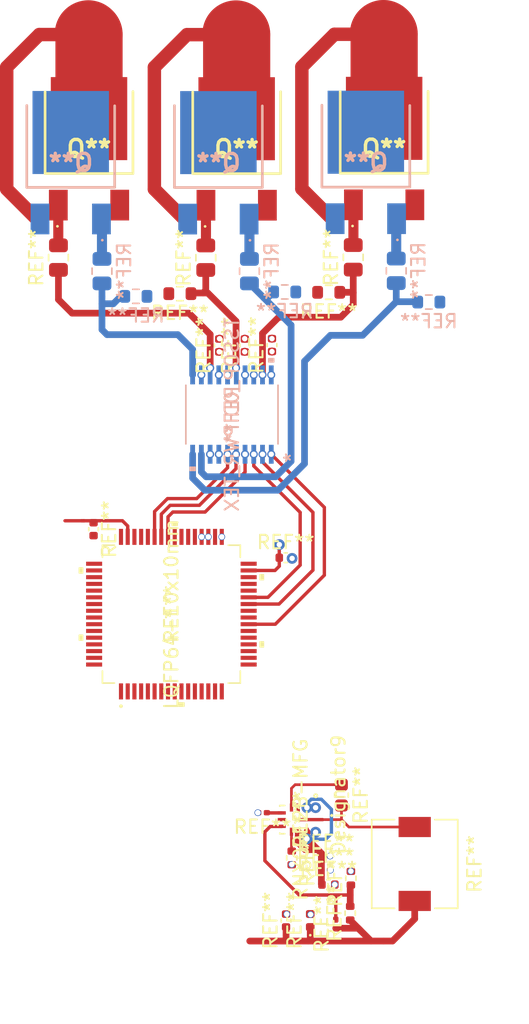
<source format=kicad_pcb>
(kicad_pcb (version 20211014) (generator pcbnew)
  (layers (0 "F.Cu" signal) (1 "In1.Cu" power "PWR.Cu") (2 "In2.Cu" signal "GRND.Cu") (3 "In3.Cu" signal) (4 "In4.Cu" power "GND.Cu") (31 "B.Cu" signal) (34 "B.Paste" user) (35 "F.Paste" user) (36 "B.SilkS" user "B.Silkscreen") (37 "F.SilkS" user "F.Silkscreen") (38 "B.Mask" user) (39 "F.Mask" user) (44 "Edge.Cuts" user))
  (net 0 "")
  (footprint "Capacitor_SMD:C_0603_1608Metric" (layer "F.Cu") (at 131.45 118.94 -90)
    (fp_text reference "REF**" (at 0 -1.43 90) (layer "F.SilkS"))
    (fp_text value "C_0603_1608Metric")
    (pad "1" smd roundrect (at -0.775 0 270) (size 0.9 0.95) (layers "F.Cu" "F.Paste" "F.Mask"))
    (pad "2" smd roundrect (at 0.775 0 270) (size 0.9 0.95) (layers "F.Cu" "F.Paste" "F.Mask"))
  )
  (footprint "Capacitor_SMD:C_0201_0603Metric" (layer "F.Cu") (at 130.275 123.475)
    (fp_text reference "REF**" (at 0 -1.05) (layer "F.SilkS"))
    (fp_text value "C_0201_0603Metric")
    (pad "1" smd roundrect (at -0.32 0) (size 0.46 0.4) (layers "F.Cu" "F.Mask"))
    (pad "2" smd roundrect (at 0.32 0) (size 0.46 0.4) (layers "F.Cu" "F.Mask"))
  )
  (footprint "Resistor_SMD:R_0402_1005Metric" (layer "F.Cu") (at 127.75 123.615 -90)
    (fp_text reference "REF**" (at 0 -1.17 90) (layer "F.SilkS"))
    (fp_text value "R_0402_1005Metric")
    (pad "1" smd roundrect (at -0.51 0 270) (size 0.54 0.64) (layers "F.Cu" "F.Paste" "F.Mask"))
    (pad "2" smd roundrect (at 0.51 0 270) (size 0.54 0.64) (layers "F.Cu" "F.Paste" "F.Mask"))
  )
  (footprint "Capacitor_SMD:C_0201_0603Metric" (layer "F.Cu") (at 125.575 120.25 180)
    (fp_text reference "REF**" (at 0 -1.05) (layer "F.SilkS"))
    (fp_text value "C_0201_0603Metric")
    (pad "1" smd roundrect (at -0.32 0 180) (size 0.46 0.4) (layers "F.Cu" "F.Mask"))
    (pad "2" smd roundrect (at 0.32 0 180) (size 0.46 0.4) (layers "F.Cu" "F.Mask"))
  )
  (footprint "Resistor_SMD:R_0805_2012Metric" (layer "F.Cu") (at 121.35 78.95 90)
    (fp_text reference "REF**" (at 0 -1.65 90) (layer "F.SilkS"))
    (fp_text value "R_0805_2012Metric")
    (pad "1" smd roundrect (at -0.9125 0 90) (size 1.025 1.4) (layers "F.Cu" "F.Paste" "F.Mask") (roundrect_rratio 0.243902))
    (pad "2" smd roundrect (at 0.9125 0 90) (size 1.025 1.4) (layers "F.Cu" "F.Paste" "F.Mask") (roundrect_rratio 0.243902))
  )
  (footprint "Resistor_SMD:R_0402_1005Metric" (layer "F.Cu") (at 132.1 127.725 90)
    (fp_text reference "REF**" (at 0 -1.17 90) (layer "F.SilkS"))
    (fp_text value "R_0402_1005Metric")
    (pad "1" smd roundrect (at -0.51 0 90) (size 0.54 0.64) (layers "F.Cu" "F.Paste" "F.Mask"))
    (pad "2" smd roundrect (at 0.51 0 90) (size 0.54 0.64) (layers "F.Cu" "F.Paste" "F.Mask"))
  )
  (footprint "KiCad:IRFR320TRPBFBE3" (layer "F.Cu") (at 123.65 70.85)
    (fp_text reference "Q**" (at 0 0) (layer "F.SilkS") (effects (font (size 1.27 1.27) (thickness 0.254))))
    (fp_text value "IRFR320TRPBFBE3" hide)
    (pad "1" smd rect locked (at -2.286 4.192) (size 1.397 2.286) (layers "F.Cu" "F.Paste" "F.Mask"))
    (pad "2" smd rect locked (at 0 -2.243) (size 5.69 6.18) (layers "F.Cu" "F.Paste" "F.Mask"))
    (pad "3" smd rect locked (at 2.286 4.192) (size 1.397 2.286) (layers "F.Cu" "F.Paste" "F.Mask"))
  )
  (footprint "Resistor_SMD:R_0402_1005Metric" (layer "F.Cu") (at 132.15 125.125 90)
    (fp_text reference "REF**" (at 0 -1.17 90) (layer "F.SilkS"))
    (fp_text value "R_0402_1005Metric")
    (pad "1" smd roundrect (at -0.51 0 90) (size 0.54 0.64) (layers "F.Cu" "F.Paste" "F.Mask"))
    (pad "2" smd roundrect (at 0.51 0 90) (size 0.54 0.64) (layers "F.Cu" "F.Paste" "F.Mask"))
  )
  (footprint "KiCad:IRFR320TRPBFBE3" (layer "F.Cu") (at 134.625 70.8215)
    (fp_text reference "Q**" (at 0 0) (layer "F.SilkS") (effects (font (size 1.27 1.27) (thickness 0.254))))
    (fp_text value "IRFR320TRPBFBE3" hide)
    (pad "1" smd rect locked (at -2.286 4.192) (size 1.397 2.286) (layers "F.Cu" "F.Paste" "F.Mask"))
    (pad "2" smd rect locked (at 0 -2.243) (size 5.69 6.18) (layers "F.Cu" "F.Paste" "F.Mask"))
    (pad "3" smd rect locked (at 2.286 4.192) (size 1.397 2.286) (layers "F.Cu" "F.Paste" "F.Mask"))
  )
  (footprint "Capacitor_SMD:C_0201_0603Metric" (layer "F.Cu") (at 130.275 124.525)
    (fp_text reference "REF**" (at 0 -1.05) (layer "F.SilkS"))
    (fp_text value "C_0201_0603Metric")
    (pad "1" smd roundrect (at -0.32 0) (size 0.46 0.4) (layers "F.Cu" "F.Mask"))
    (pad "2" smd roundrect (at 0.32 0) (size 0.46 0.4) (layers "F.Cu" "F.Mask"))
  )
  (footprint "Capacitor_SMD:C_0402_1005Metric" (layer "F.Cu") (at 122.3525 85.477425 90)
    (fp_text reference "REF**" (at 0 -1.16 90) (layer "F.SilkS"))
    (fp_text value "C_0402_1005Metric")
    (pad "1" smd roundrect (at -0.48 0 90) (size 0.56 0.62) (layers "F.Cu" "F.Paste" "F.Mask"))
    (pad "2" smd roundrect (at 0.48 0 90) (size 0.56 0.62) (layers "F.Cu" "F.Paste" "F.Mask"))
  )
  (footprint "Capacitor_SMD:C_0402_1005Metric" (layer "F.Cu") (at 127.325 128.275 90)
    (fp_text reference "REF**" (at 0 -1.16 90) (layer "F.SilkS"))
    (fp_text value "C_0402_1005Metric")
    (pad "1" smd roundrect (at -0.48 0 90) (size 0.56 0.62) (layers "F.Cu" "F.Paste" "F.Mask"))
    (pad "2" smd roundrect (at 0.48 0 90) (size 0.56 0.62) (layers "F.Cu" "F.Paste" "F.Mask"))
  )
  (footprint "Capacitor_SMD:C_0402_1005Metric" (layer "F.Cu") (at 127.3 101.275)
    (fp_text reference "REF**" (at 0 -1.16) (layer "F.SilkS"))
    (fp_text value "C_0402_1005Metric")
    (pad "1" smd roundrect (at -0.48 0) (size 0.56 0.62) (layers "F.Cu" "F.Paste" "F.Mask"))
    (pad "2" smd roundrect (at 0.48 0) (size 0.56 0.62) (layers "F.Cu" "F.Paste" "F.Mask"))
  )
  (footprint "Resistor_SMD:R_0603_1608Metric" (layer "F.Cu") (at 119.425 81.625 180)
    (fp_text reference "REF**" (at 0 -1.43) (layer "F.SilkS"))
    (fp_text value "R_0603_1608Metric")
    (pad "1" smd roundrect (at -0.825 0 180) (size 0.8 0.95) (layers "F.Cu" "F.Paste" "F.Mask"))
    (pad "2" smd roundrect (at 0.825 0 180) (size 0.8 0.95) (layers "F.Cu" "F.Paste" "F.Mask"))
  )
  (footprint "Capacitor_SMD:C_0402_1005Metric" (layer "F.Cu") (at 130.475 125.6)
    (fp_text reference "REF**" (at 0 -1.16) (layer "F.SilkS"))
    (fp_text value "C_0402_1005Metric")
    (pad "1" smd roundrect (at -0.48 0) (size 0.56 0.62) (layers "F.Cu" "F.Paste" "F.Mask"))
    (pad "2" smd roundrect (at 0.48 0) (size 0.56 0.62) (layers "F.Cu" "F.Paste" "F.Mask"))
  )
  (footprint "Capacitor_SMD:C_0402_1005Metric" (layer "F.Cu") (at 126.2775 85.452425 90)
    (fp_text reference "REF**" (at 0 -1.16 90) (layer "F.SilkS"))
    (fp_text value "C_0402_1005Metric")
    (pad "1" smd roundrect (at -0.48 0 90) (size 0.56 0.62) (layers "F.Cu" "F.Paste" "F.Mask"))
    (pad "2" smd roundrect (at 0.48 0 90) (size 0.56 0.62) (layers "F.Cu" "F.Paste" "F.Mask"))
  )
  (footprint "KiCad:IRFR320TRPBFBE3" (layer "F.Cu") (at 112.661 70.842)
    (fp_text reference "Q**" (at 0 0) (layer "F.SilkS") (effects (font (size 1.27 1.27) (thickness 0.254))))
    (fp_text value "IRFR320TRPBFBE3" hide)
    (pad "1" smd rect locked (at -2.286 4.192) (size 1.397 2.286) (layers "F.Cu" "F.Paste" "F.Mask"))
    (pad "2" smd rect locked (at 0 -2.243) (size 5.69 6.18) (layers "F.Cu" "F.Paste" "F.Mask"))
    (pad "3" smd rect locked (at 2.286 4.192) (size 1.397 2.286) (layers "F.Cu" "F.Paste" "F.Mask"))
  )
  (footprint "Inductor_SMD:L_6.3x6.3_H3" (layer "F.Cu") (at 136.9 124.065 -90)
    (fp_text reference "REF**" (at 0 -4.45 90) (layer "F.SilkS"))
    (fp_text value "L_6.3x6.3_H3")
    (pad "1" smd rect (at -2.75 0 270) (size 1.5 2.4) (layers "F.Cu" "F.Paste" "F.Mask"))
    (pad "2" smd rect (at 2.75 0 270) (size 1.5 2.4) (layers "F.Cu" "F.Paste" "F.Mask"))
  )
  (footprint "Resistor_SMD:R_0603_1608Metric" (layer "F.Cu") (at 130.5 81.525 180)
    (fp_text reference "REF**" (at 0 -1.43) (layer "F.SilkS"))
    (fp_text value "R_0603_1608Metric")
    (pad "1" smd roundrect (at -0.825 0 180) (size 0.8 0.95) (layers "F.Cu" "F.Paste" "F.Mask"))
    (pad "2" smd roundrect (at 0.825 0 180) (size 0.8 0.95) (layers "F.Cu" "F.Paste" "F.Mask"))
  )
  (footprint "footprints3:STM32F405RGT6" (layer "F.Cu") (at 118.79075 105.47375 90)
    (fp_text reference "REF**" (at 0 0 90) (layer "F.SilkS"))
    (fp_text value "LQFP64-10x10mm" (at 0 0 90) (layer "F.SilkS"))
    (fp_text user "*" (at 0 0 90) (layer "F.SilkS"))
    (pad "1" smd rect locked (at -5.749999 -3.75 90) (size 1.1938 0.3048) (layers "F.Cu" "F.Paste" "F.Mask"))
    (pad "2" smd rect locked (at -5.749999 -3.250001 90) (size 1.1938 0.3048) (layers "F.Cu" "F.Paste" "F.Mask"))
    (pad "3" smd rect locked (at -5.749999 -2.75 90) (size 1.1938 0.3048) (layers "F.Cu" "F.Paste" "F.Mask"))
    (pad "4" smd rect locked (at -5.749999 -2.250001 90) (size 1.1938 0.3048) (layers "F.Cu" "F.Paste" "F.Mask"))
    (pad "5" smd rect locked (at -5.749999 -1.749999 90) (size 1.1938 0.3048) (layers "F.Cu" "F.Paste" "F.Mask"))
    (pad "6" smd rect locked (at -5.749999 -1.25 90) (size 1.1938 0.3048) (layers "F.Cu" "F.Paste" "F.Mask"))
    (pad "7" smd rect locked (at -5.749999 -0.750001 90) (size 1.1938 0.3048) (layers "F.Cu" "F.Paste" "F.Mask"))
    (pad "8" smd rect locked (at -5.749999 -0.25 90) (size 1.1938 0.3048) (layers "F.Cu" "F.Paste" "F.Mask"))
    (pad "9" smd rect locked (at -5.749999 0.25 90) (size 1.1938 0.3048) (layers "F.Cu" "F.Paste" "F.Mask"))
    (pad "10" smd rect locked (at -5.749999 0.750001 90) (size 1.1938 0.3048) (layers "F.Cu" "F.Paste" "F.Mask"))
    (pad "11" smd rect locked (at -5.749999 1.25 90) (size 1.1938 0.3048) (layers "F.Cu" "F.Paste" "F.Mask"))
    (pad "12" smd rect locked (at -5.749999 1.749999 90) (size 1.1938 0.3048) (layers "F.Cu" "F.Paste" "F.Mask"))
    (pad "13" smd rect locked (at -5.749999 2.250001 90) (size 1.1938 0.3048) (layers "F.Cu" "F.Paste" "F.Mask"))
    (pad "14" smd rect locked (at -5.749999 2.75 90) (size 1.1938 0.3048) (layers "F.Cu" "F.Paste" "F.Mask"))
    (pad "15" smd rect locked (at -5.749999 3.250001 90) (size 1.1938 0.3048) (layers "F.Cu" "F.Paste" "F.Mask"))
    (pad "16" smd rect locked (at -5.749999 3.75 90) (size 1.1938 0.3048) (layers "F.Cu" "F.Paste" "F.Mask"))
    (pad "17" smd rect locked (at -3.75 5.749999 180) (size 1.1938 0.3048) (layers "F.Cu" "F.Paste" "F.Mask"))
    (pad "18" smd rect locked (at -3.250001 5.749999 180) (size 1.1938 0.3048) (layers "F.Cu" "F.Paste" "F.Mask"))
    (pad "19" smd rect locked (at -2.75 5.749999 180) (size 1.1938 0.3048) (layers "F.Cu" "F.Paste" "F.Mask"))
    (pad "20" smd rect locked (at -2.250001 5.749999 180) (size 1.1938 0.3048) (layers "F.Cu" "F.Paste" "F.Mask"))
    (pad "21" smd rect locked (at -1.749999 5.749999 180) (size 1.1938 0.3048) (layers "F.Cu" "F.Paste" "F.Mask"))
    (pad "22" smd rect locked (at -1.25 5.749999 180) (size 1.1938 0.3048) (layers "F.Cu" "F.Paste" "F.Mask"))
    (pad "23" smd rect locked (at -0.750001 5.749999 180) (size 1.1938 0.3048) (layers "F.Cu" "F.Paste" "F.Mask"))
    (pad "24" smd rect locked (at -0.25 5.749999 180) (size 1.1938 0.3048) (layers "F.Cu" "F.Paste" "F.Mask"))
    (pad "25" smd rect locked (at 0.25 5.749999 180) (size 1.1938 0.3048) (layers "F.Cu" "F.Paste" "F.Mask"))
    (pad "26" smd rect locked (at 0.750001 5.749999 180) (size 1.1938 0.3048) (layers "F.Cu" "F.Paste" "F.Mask"))
    (pad "27" smd rect locked (at 1.25 5.749999 180) (size 1.1938 0.3048) (layers "F.Cu" "F.Paste" "F.Mask"))
    (pad "28" smd rect locked (at 1.749999 5.749999 180) (size 1.1938 0.3048) (layers "F.Cu" "F.Paste" "F.Mask"))
    (pad "29" smd rect locked (at 2.250001 5.749999 180) (size 1.1938 0.3048) (layers "F.Cu" "F.Paste" "F.Mask"))
    (pad "30" smd rect locked (at 2.75 5.749999 180) (size 1.1938 0.3048) (layers "F.Cu" "F.Paste" "F.Mask"))
    (pad "31" smd rect locked (at 3.250001 5.749999 180) (size 1.1938 0.3048) (layers "F.Cu" "F.Paste" "F.Mask"))
    (pad "32" smd rect locked (at 3.75 5.749999 180) (size 1.1938 0.3048) (layers "F.Cu" "F.Paste" "F.Mask"))
    (pad "33" smd rect locked (at 5.749999 3.75 90) (size 1.1938 0.3048) (layers "F.Cu" "F.Paste" "F.Mask"))
    (pad "34" smd rect locked (at 5.749999 3.250001 90) (size 1.1938 0.3048) (layers "F.Cu" "F.Paste" "F.Mask"))
    (pad "35" smd rect locked (at 5.749999 2.75 90) (size 1.1938 0.3048) (layers "F.Cu" "F.Paste" "F.Mask"))
    (pad "36" smd rect locked (at 5.749999 2.250001 90) (size 1.1938 0.3048) (layers "F.Cu" "F.Paste" "F.Mask"))
    (pad "37" smd rect locked (at 5.749999 1.749999 90) (size 1.1938 0.3048) (layers "F.Cu" "F.Paste" "F.Mask"))
    (pad "38" smd rect locked (at 5.749999 1.25 90) (size 1.1938 0.3048) (layers "F.Cu" "F.Paste" "F.Mask"))
    (pad "39" smd rect locked (at 5.749999 0.750001 90) (size 1.1938 0.3048) (layers "F.Cu" "F.Paste" "F.Mask"))
    (pad "40" smd rect locked (at 5.749999 0.25 90) (size 1.1938 0.3048) (layers "F.Cu" "F.Paste" "F.Mask"))
    (pad "41" smd rect locked (at 5.749999 -0.25 90) (size 1.1938 0.3048) (layers "F.Cu" "F.Paste" "F.Mask"))
    (pad "42" smd rect locked (at 5.749999 -0.750001 90) (size 1.1938 0.3048) (layers "F.Cu" "F.Paste" "F.Mask"))
    (pad "43" smd rect locked (at 5.749999 -1.25 90) (size 1.1938 0.3048) (layers "F.Cu" "F.Paste" "F.Mask"))
    (pad "44" smd rect locked (at 5.749999 -1.749999 90) (size 1.1938 0.3048) (layers "F.Cu" "F.Paste" "F.Mask"))
    (pad "45" smd rect locked (at 5.749999 -2.250001 90) (size 1.1938 0.3048) (layers "F.Cu" "F.Paste" "F.Mask"))
    (pad "46" smd rect locked (at 5.749999 -2.75 90) (size 1.1938 0.3048) (layers "F.Cu" "F.Paste" "F.Mask"))
    (pad "47" smd rect locked (at 5.749999 -3.250001 90) (size 1.1938 0.3048) (layers "F.Cu" "F.Paste" "F.Mask"))
    (pad "48" smd rect locked (at 5.749999 -3.75 90) (size 1.1938 0.3048) (layers "F.Cu" "F.Paste" "F.Mask"))
    (pad "49" smd rect locked (at 3.75 -5.749999 180) (size 1.1938 0.3048) (layers "F.Cu" "F.Paste" "F.Mask"))
    (pad "50" smd rect locked (at 3.250001 -5.749999 180) (size 1.1938 0.3048) (layers "F.Cu" "F.Paste" "F.Mask"))
    (pad "51" smd rect locked (at 2.75 -5.749999 180) (size 1.1938 0.3048) (layers "F.Cu" "F.Paste" "F.Mask"))
    (pad "52" smd rect locked (at 2.250001 -5.749999 180) (size 1.1938 0.3048) (layers "F.Cu" "F.Paste" "F.Mask"))
    (pad "53" smd rect locked (at 1.749999 -5.749999 180) (size 1.1938 0.3048) (layers "F.Cu" "F.Paste" "F.Mask"))
    (pad "54" smd rect locked (at 1.25 -5.749999 180) (size 1.1938 0.3048) (layers "F.Cu" "F.Paste" "F.Mask"))
    (pad "55" smd rect locked (at 0.750001 -5.749999 180) (size 1.1938 0.3048) (layers "F.Cu" "F.Paste" "F.Mask"))
    (pad "56" smd rect locked (at 0.25 -5.749999 180) (size 1.1938 0.3048) (layers "F.Cu" "F.Paste" "F.Mask"))
    (pad "57" smd rect locked (at -0.25 -5.749999 180) (size 1.1938 0.3048) (layers "F.Cu" "F.Paste" "F.Mask"))
    (pad "58" smd rect locked (at -0.750001 -5.749999 180) (size 1.1938 0.3048) (layers "F.Cu" "F.Paste" "F.Mask"))
    (pad "59" smd rect locked (at -1.25 -5.749999 180) (size 1.1938 0.3048) (layers "F.Cu" "F.Paste" "F.Mask"))
    (pad "60" smd rect locked (at -1.749999 -5.749999 180) (size 1.1938 0.3048) (layers "F.Cu" "F.Paste" "F.Mask"))
    (pad "61" smd rect locked (at -2.250001 -5.749999 180) (size 1.1938 0.3048) (layers "F.Cu" "F.Paste" "F.Mask"))
    (pad "62" smd rect locked (at -2.75 -5.749999 180) (size 1.1938 0.3048) (layers "F.Cu" "F.Paste" "F.Mask"))
    (pad "63" smd rect locked (at -3.250001 -5.749999 180) (size 1.1938 0.3048) (layers "F.Cu" "F.Paste" "F.Mask"))
    (pad "64" smd rect locked (at -3.75 -5.749999 180) (size 1.1938 0.3048) (layers "F.Cu" "F.Paste" "F.Mask"))
  )
  (footprint "Diode_SMD:D_0402_1005Metric" (layer "F.Cu") (at 129.125 128.275 90)
    (fp_text reference "REF**" (at 0 -1.17 90) (layer "F.SilkS"))
    (fp_text value "D_0402_1005Metric")
    (pad "1" smd roundrect (at -0.485 0 90) (size 0.59 0.64) (layers "F.Cu" "F.Paste" "F.Mask"))
    (pad "2" smd roundrect (at 0.485 0 90) (size 0.59 0.64) (layers "F.Cu" "F.Paste" "F.Mask"))
  )
  (footprint "Capacitor_SMD:C_0402_1005Metric" (layer "F.Cu") (at 124.2525 85.477425 90)
    (fp_text reference "REF**" (at 0 -1.16 90) (layer "F.SilkS"))
    (fp_text value "C_0402_1005Metric")
    (pad "1" smd roundrect (at -0.48 0 90) (size 0.56 0.62) (layers "F.Cu" "F.Paste" "F.Mask"))
    (pad "2" smd roundrect (at 0.48 0 90) (size 0.56 0.62) (layers "F.Cu" "F.Paste" "F.Mask"))
  )
  (footprint "Resistor_SMD:R_0805_2012Metric" (layer "F.Cu") (at 132.325 78.9215 90)
    (fp_text reference "REF**" (at 0 -1.65 90) (layer "F.SilkS"))
    (fp_text value "R_0805_2012Metric")
    (pad "1" smd roundrect (at -0.9125 0 90) (size 1.025 1.4) (layers "F.Cu" "F.Paste" "F.Mask") (roundrect_rratio 0.243902))
    (pad "2" smd roundrect (at 0.9125 0 90) (size 1.025 1.4) (layers "F.Cu" "F.Paste" "F.Mask") (roundrect_rratio 0.243902))
  )
  (footprint "lmr360:LMR36015SARNXR" (layer "F.Cu") (at 128.405001 120.765 -90)
    (fp_text reference "REF**" (at 0 0 90) (layer "F.SilkS"))
    (fp_text value "RNX0012B-MFG" (at 0 0 90) (layer "F.SilkS"))
    (fp_text user "Designator9" (at -1.8542 -2.8194 90) (layer "F.SilkS"))
    (fp_text user "*" (at 0 0 90) (layer "F.SilkS"))
    (pad "1" smd rect locked (at -0.900001 -1.124999 270) (size 0.599999 0.249999) (layers "F.Cu" "F.Paste" "F.Mask"))
    (pad "2" smd rect locked (at -0.900001 -0.475 270) (size 0.599999 0.249999) (layers "F.Cu" "F.Paste" "F.Mask"))
    (pad "3" smd rect locked (at -0.900001 0.175001 270) (size 0.599999 0.249999) (layers "F.Cu" "F.Paste" "F.Mask"))
    (pad "4" smd rect locked (at -0.900001 0.675 270) (size 0.599999 0.249999) (layers "F.Cu" "F.Paste" "F.Mask"))
    (pad "5" smd rect locked (at -0.499999 1.4) (size 0.599999 0.249999) (layers "F.Cu" "F.Paste" "F.Mask"))
    (pad "6" smd rect locked (at 0 1.4) (size 0.599999 0.249999) (layers "F.Cu" "F.Paste" "F.Mask"))
    (pad "7" smd rect locked (at 0.499999 1.4) (size 0.599999 0.249999) (layers "F.Cu" "F.Paste" "F.Mask"))
    (pad "8" smd rect locked (at 0.900001 0.675 270) (size 0.599999 0.249999) (layers "F.Cu" "F.Paste" "F.Mask"))
    (pad "9" smd rect locked (at 0.900001 0.175001 270) (size 0.599999 0.249999) (layers "F.Cu" "F.Paste" "F.Mask"))
    (pad "10" smd rect locked (at 0.900001 -0.475 270) (size 0.599999 0.249999) (layers "F.Cu" "F.Paste" "F.Mask"))
    (pad "11" smd rect locked (at 0.900001 -1.124999 270) (size 0.599999 0.249999) (layers "F.Cu" "F.Paste" "F.Mask"))
    (pad "12" smd rect locked (at 0 -0.787999 270) (size 0.249999 1.825) (layers "F.Cu" "F.Mask"))
  )
  (footprint "Resistor_SMD:R_0805_2012Metric" (layer "F.Cu") (at 110.386 78.942 90)
    (fp_text reference "REF**" (at 0 -1.65 90) (layer "F.SilkS"))
    (fp_text value "R_0805_2012Metric")
    (pad "1" smd roundrect (at -0.9125 0 90) (size 1.025 1.4) (layers "F.Cu" "F.Paste" "F.Mask") (roundrect_rratio 0.243902))
    (pad "2" smd roundrect (at 0.9125 0 90) (size 1.025 1.4) (layers "F.Cu" "F.Paste" "F.Mask") (roundrect_rratio 0.243902))
  )
  (footprint "Capacitor_SMD:C_0201_0603Metric" (layer "F.Cu") (at 131.025 128.525 90)
    (fp_text reference "REF**" (at 0 -1.05 90) (layer "F.SilkS"))
    (fp_text value "C_0201_0603Metric")
    (pad "1" smd roundrect (at -0.32 0 90) (size 0.46 0.4) (layers "F.Cu" "F.Mask"))
    (pad "2" smd roundrect (at 0.32 0 90) (size 0.46 0.4) (layers "F.Cu" "F.Mask"))
  )
  (footprint "Capacitor_SMD:C_0402_1005Metric" (layer "F.Cu") (at 113 99.15 -90)
    (fp_text reference "REF**" (at 0 -1.16 90) (layer "F.SilkS"))
    (fp_text value "C_0402_1005Metric")
    (pad "1" smd roundrect (at -0.48 0 270) (size 0.56 0.62) (layers "F.Cu" "F.Paste" "F.Mask"))
    (pad "2" smd roundrect (at 0.48 0 270) (size 0.56 0.62) (layers "F.Cu" "F.Paste" "F.Mask"))
  )
  (footprint "KiCad:IRFR320TRPBFBE3" (layer "B.Cu") (at 122.289 71.883 180)
    (fp_text reference "Q**" (at 0 0) (layer "B.SilkS") (effects (font (size 1.27 1.27) (thickness 0.254)) (justify mirror)))
    (fp_text value "IRFR320TRPBFBE3" hide)
    (pad "1" smd rect locked (at -2.286 -4.192 180) (size 1.397 2.286) (layers "B.Cu" "B.Paste" "B.Mask"))
    (pad "2" smd rect locked (at 0 2.243 180) (size 5.69 6.18) (layers "B.Cu" "B.Paste" "B.Mask"))
    (pad "3" smd rect locked (at 2.286 -4.192 180) (size 1.397 2.286) (layers "B.Cu" "B.Paste" "B.Mask"))
  )
  (footprint "KiCad:IRFR320TRPBFBE3" (layer "B.Cu") (at 111.3 71.875 180)
    (fp_text reference "Q**" (at 0 0) (layer "B.SilkS") (effects (font (size 1.27 1.27) (thickness 0.254)) (justify mirror)))
    (fp_text value "IRFR320TRPBFBE3" hide)
    (pad "1" smd rect locked (at -2.286 -4.192 180) (size 1.397 2.286) (layers "B.Cu" "B.Paste" "B.Mask"))
    (pad "2" smd rect locked (at 0 2.243 180) (size 5.69 6.18) (layers "B.Cu" "B.Paste" "B.Mask"))
    (pad "3" smd rect locked (at 2.286 -4.192 180) (size 1.397 2.286) (layers "B.Cu" "B.Paste" "B.Mask"))
  )
  (footprint "Resistor_SMD:R_0805_2012Metric" (layer "B.Cu") (at 135.525 79.925 90)
    (fp_text reference "REF**" (at 0 1.65 90) (layer "B.SilkS") (effects (justify mirror)))
    (fp_text value "R_0805_2012Metric")
    (pad "1" smd roundrect (at -0.9125 0 90) (size 1.025 1.4) (layers "B.Cu" "B.Paste" "B.Mask") (roundrect_rratio 0.243902))
    (pad "2" smd roundrect (at 0.9125 0 90) (size 1.025 1.4) (layers "B.Cu" "B.Paste" "B.Mask") (roundrect_rratio 0.243902))
  )
  (footprint "Resistor_SMD:R_0603_1608Metric" (layer "B.Cu") (at 137.95 82.25)
    (fp_text reference "REF**" (at 0 1.43) (layer "B.SilkS") (effects (justify mirror)))
    (fp_text value "R_0603_1608Metric")
    (pad "1" smd roundrect (at -0.825 0) (size 0.8 0.95) (layers "B.Cu" "B.Paste" "B.Mask"))
    (pad "2" smd roundrect (at 0.825 0) (size 0.8 0.95) (layers "B.Cu" "B.Paste" "B.Mask"))
  )
  (footprint "KiCad:IRFR320TRPBFBE3" (layer "B.Cu") (at 133.264 71.8545 180)
    (fp_text reference "Q**" (at 0 0) (layer "B.SilkS") (effects (font (size 1.27 1.27) (thickness 0.254)) (justify mirror)))
    (fp_text value "IRFR320TRPBFBE3" hide)
    (pad "1" smd rect locked (at -2.286 -4.192 180) (size 1.397 2.286) (layers "B.Cu" "B.Paste" "B.Mask"))
    (pad "2" smd rect locked (at 0 2.243 180) (size 5.69 6.18) (layers "B.Cu" "B.Paste" "B.Mask"))
    (pad "3" smd rect locked (at 2.286 -4.192 180) (size 1.397 2.286) (layers "B.Cu" "B.Paste" "B.Mask"))
  )
  (footprint "footprints:DRV8300DIPWR" (layer "B.Cu") (at 123.2975 90.622575 90)
    (fp_text reference "REF**" (at 0 0 90) (layer "B.SilkS") (effects (justify mirror)))
    (fp_text value "TSSOP_0DIPWR_TEX" (at 0 0 90) (layer "B.SilkS") (effects (justify mirror)))
    (fp_text user "*" (at -3.20675 4.423537 90) (layer "B.SilkS") (effects (justify mirror)))
    (fp_text user "*" (at -3.20675 4.423537 90) (layer "B.SilkS") (effects (justify mirror)))
    (pad "1" smd rect locked (at -2.95275 2.924937 90) (size 1.4097 0.3556) (layers "B.Cu" "B.Paste" "B.Mask"))
    (pad "2" smd rect locked (at -2.95275 2.274951 90) (size 1.4097 0.3556) (layers "B.Cu" "B.Paste" "B.Mask"))
    (pad "3" smd rect locked (at -2.95275 1.624965 90) (size 1.4097 0.3556) (layers "B.Cu" "B.Paste" "B.Mask"))
    (pad "4" smd rect locked (at -2.95275 0.974979 90) (size 1.4097 0.3556) (layers "B.Cu" "B.Paste" "B.Mask"))
    (pad "5" smd rect locked (at -2.95275 0.324993 90) (size 1.4097 0.3556) (layers "B.Cu" "B.Paste" "B.Mask"))
    (pad "6" smd rect locked (at -2.95275 -0.324993 90) (size 1.4097 0.3556) (layers "B.Cu" "B.Paste" "B.Mask"))
    (pad "7" smd rect locked (at -2.95275 -0.974979 90) (size 1.4097 0.3556) (layers "B.Cu" "B.Paste" "B.Mask"))
    (pad "8" smd rect locked (at -2.95275 -1.624965 90) (size 1.4097 0.3556) (layers "B.Cu" "B.Paste" "B.Mask"))
    (pad "9" smd rect locked (at -2.95275 -2.274951 90) (size 1.4097 0.3556) (layers "B.Cu" "B.Paste" "B.Mask"))
    (pad "10" smd rect locked (at -2.95275 -2.924937 90) (size 1.4097 0.3556) (layers "B.Cu" "B.Paste" "B.Mask"))
    (pad "11" smd rect locked (at 2.95275 -2.924937 90) (size 1.4097 0.3556) (layers "B.Cu" "B.Paste" "B.Mask"))
    (pad "12" smd rect locked (at 2.95275 -2.274951 90) (size 1.4097 0.3556) (layers "B.Cu" "B.Paste" "B.Mask"))
    (pad "13" smd rect locked (at 2.95275 -1.624965 90) (size 1.4097 0.3556) (layers "B.Cu" "B.Paste" "B.Mask"))
    (pad "14" smd rect locked (at 2.95275 -0.974979 90) (size 1.4097 0.3556) (layers "B.Cu" "B.Paste" "B.Mask"))
    (pad "15" smd rect locked (at 2.95275 -0.324993 90) (size 1.4097 0.3556) (layers "B.Cu" "B.Paste" "B.Mask"))
    (pad "16" smd rect locked (at 2.95275 0.324993 90) (size 1.4097 0.3556) (layers "B.Cu" "B.Paste" "B.Mask"))
    (pad "17" smd rect locked (at 2.95275 0.974979 90) (size 1.4097 0.3556) (layers "B.Cu" "B.Paste" "B.Mask"))
    (pad "18" smd rect locked (at 2.95275 1.624965 90) (size 1.4097 0.3556) (layers "B.Cu" "B.Paste" "B.Mask"))
    (pad "19" smd rect locked (at 2.95275 2.274951 90) (size 1.4097 0.3556) (layers "B.Cu" "B.Paste" "B.Mask"))
    (pad "20" smd rect locked (at 2.95275 2.924937 90) (size 1.4097 0.3556) (layers "B.Cu" "B.Paste" "B.Mask"))
  )
  (footprint "Resistor_SMD:R_0603_1608Metric" (layer "B.Cu") (at 116.15 81.825)
    (fp_text reference "REF**" (at 0 1.43) (layer "B.SilkS") (effects (justify mirror)))
    (fp_text value "R_0603_1608Metric")
    (pad "1" smd roundrect (at -0.825 0) (size 0.8 0.95) (layers "B.Cu" "B.Paste" "B.Mask"))
    (pad "2" smd roundrect (at 0.825 0) (size 0.8 0.95) (layers "B.Cu" "B.Paste" "B.Mask"))
  )
  (footprint "Resistor_SMD:R_0805_2012Metric" (layer "B.Cu") (at 124.6 79.95 90)
    (fp_text reference "REF**" (at 0 1.65 90) (layer "B.SilkS") (effects (justify mirror)))
    (fp_text value "R_0805_2012Metric")
    (pad "1" smd roundrect (at -0.9125 0 90) (size 1.025 1.4) (layers "B.Cu" "B.Paste" "B.Mask") (roundrect_rratio 0.243902))
    (pad "2" smd roundrect (at 0.9125 0 90) (size 1.025 1.4) (layers "B.Cu" "B.Paste" "B.Mask") (roundrect_rratio 0.243902))
  )
  (footprint "Resistor_SMD:R_0805_2012Metric" (layer "B.Cu") (at 113.625 79.95 90)
    (fp_text reference "REF**" (at 0 1.65 90) (layer "B.SilkS") (effects (justify mirror)))
    (fp_text value "R_0805_2012Metric")
    (pad "1" smd roundrect (at -0.9125 0 90) (size 1.025 1.4) (layers "B.Cu" "B.Paste" "B.Mask") (roundrect_rratio 0.243902))
    (pad "2" smd roundrect (at 0.9125 0 90) (size 1.025 1.4) (layers "B.Cu" "B.Paste" "B.Mask") (roundrect_rratio 0.243902))
  )
  (footprint "Resistor_SMD:R_0603_1608Metric" (layer "B.Cu") (at 127.225 81.5)
    (fp_text reference "REF**" (at 0 1.43) (layer "B.SilkS") (effects (justify mirror)))
    (fp_text value "R_0603_1608Metric")
    (pad "1" smd roundrect (at -0.825 0) (size 0.8 0.95) (layers "B.Cu" "B.Paste" "B.Mask"))
    (pad "2" smd roundrect (at 0.825 0) (size 0.8 0.95) (layers "B.Cu" "B.Paste" "B.Mask"))
  )
  (segment (start 130.875 126.375) (end 132.1 126.375) (width 0.25) (layer "F.Cu") (net 0))
  (segment (start 126.8275 83.377425) (end 131.397575 83.377425) (width 0.5) (layer "F.Cu") (net 0))
  (segment (start 117.54075 97.83425) (end 118.5 96.875) (width 0.25) (layer "F.Cu") (net 0))
  (segment (start 132.325 79.834) (end 132.325 81.55) (width 0.5) (layer "F.Cu") (net 0))
  (segment (start 121.6775 84.6525) (end 120.1 83.075) (width 0.5) (layer "F.Cu") (net 0))
  (segment (start 126.995 121.275) (end 126.15 121.275) (width 0.25) (layer "F.Cu") (net 0))
  (segment (start 136.9 121.315) (end 132 121.315) (width 0.2) (layer "F.Cu") (net 0))
  (segment (start 127.725 118.44) (end 127.725 119.859998) (width 0.2) (layer "F.Cu") (net 0))
  (segment (start 112.3 98.525) (end 110.875 98.525) (width 0.25) (layer "F.Cu") (net 0))
  (segment (start 123.6025 83.6775) (end 123.6025 87.152425) (width 0.5) (layer "F.Cu") (net 0))
  (segment (start 119.95 62.35) (end 117.525 64.775) (width 1) (layer "F.Cu") (net 0))
  (segment (start 136.175 128.875) (end 135.925 129.125) (width 0.5) (layer "F.Cu") (net 0))
  (segment (start 134.575 129.8) (end 133.65 129.8) (width 0.5) (layer "F.Cu") (net 0))
  (segment (start 120.675 96.875) (end 122.972507 94.577493) (width 0.25) (layer "F.Cu") (net 0))
  (segment (start 118.9 97.875) (end 118.54075 98.23425) (width 0.25) (layer "F.Cu") (net 0))
  (segment (start 126.825 100.3) (end 126.82 100.305) (width 0.25) (layer "F.Cu") (net 0))
  (segment (start 123.599999 93.597819) (end 123.622493 93.575325) (width 0.25) (layer "F.Cu") (net 0))
  (segment (start 122.972507 94.577493) (end 122.972507 93.575325) (width 0.25) (layer "F.Cu") (net 0))
  (segment (start 125.925 120.275) (end 125.934999 120.265001) (width 0.25) (layer "F.Cu") (net 0))
  (segment (start 131.325 81.525) (end 132.3 81.525) (width 0.5) (layer "F.Cu") (net 0))
  (segment (start 121.15 81.575) (end 120.3 81.575) (width 0.5) (layer "F.Cu") (net 0))
  (segment (start 121.35 81.375) (end 121.35 79.8625) (width 0.5) (layer "F.Cu") (net 0))
  (segment (start 124.540749 102.223749) (end 126.501251 102.223749) (width 0.25) (layer "F.Cu") (net 0))
  (segment (start 128.75 123) (end 129.525 123) (width 0.5) (layer "F.Cu") (net 0))
  (segment (start 126.15 121.275) (end 125.75 121.675) (width 0.25) (layer "F.Cu") (net 0))
  (segment (start 120.3 81.575) (end 120.25 81.625) (width 0.5) (layer "F.Cu") (net 0))
  (segment (start 112.661 62.342) (end 112.611 62.292) (width 5) (layer "F.Cu") (net 0))
  (segment (start 131.45 119.715) (end 131.45 120.765) (width 0.2) (layer "F.Cu") (net 0))
  (segment (start 132.695 128.845) (end 132.8625 129.0125) (width 0.5) (layer "F.Cu") (net 0))
  (segment (start 125.572451 94.147451) (end 125.572451 93.575325) (width 0.25) (layer "F.Cu") (net 0))
  (segment (start 129.955 125.56) (end 129.955 124.525) (width 0.5) (layer "F.Cu") (net 0))
  (segment (start 130.175 97.527888) (end 126.222437 93.575325) (width 0.25) (layer "F.Cu") (net 0))
  (segment (start 112.3 98.525) (end 112.095 98.525) (width 0.25) (layer "F.Cu") (net 0))
  (segment (start 121.15 81.575) (end 121.35 81.375) (width 0.5) (layer "F.Cu") (net 0))
  (segment (start 128.375 101.825) (end 128.375 97.9) (width 0.25) (layer "F.Cu") (net 0))
  (segment (start 127.725 119.859998) (end 127.730001 119.864999) (width 0.2) (layer "F.Cu") (net 0))
  (segment (start 123.65 68.607) (end 123.65 62.35) (width 5) (layer "F.Cu") (net 0))
  (segment (start 128.375 97.9) (end 124.922465 94.447465) (width 0.25) (layer "F.Cu") (net 0))
  (segment (start 135.925 129.125) (end 135.25 129.8) (width 0.5) (layer "F.Cu") (net 0))
  (segment (start 118.7 97.375) (end 118.040749 98.034251) (width 0.25) (layer "F.Cu") (net 0))
  (segment (start 115.540749 98.915749) (end 115.15 98.525) (width 0.25) (layer "F.Cu") (net 0))
  (segment (start 132.8625 129.0125) (end 133.65 129.8) (width 0.5) (layer "F.Cu") (net 0))
  (segment (start 128.5 73.8215) (end 130.8 76.1215) (width 1) (layer "F.Cu") (net 0))
  (segment (start 110.375 75.034) (end 110.375 78.0185) (width 0.75) (layer "F.Cu") (net 0))
  (segment (start 133.65 129.8) (end 128.975 129.8) (width 0.5) (layer "F.Cu") (net 0))
  (segment (start 129.325 102.2) (end 129.325 97.9) (width 0.25) (layer "F.Cu") (net 0))
  (segment (start 136.9 128.15) (end 136.175 128.875) (width 0.5) (layer "F.Cu") (net 0))
  (segment (start 132.1 128.235) (end 132.1 128.25) (width 0.5) (layer "F.Cu") (net 0))
  (segment (start 132.339 75.0135) (end 132.339 77.995) (width 0.75) (layer "F.Cu") (net 0))
  (segment (start 123.65 62.35) (end 123.6 62.3) (width 5) (layer "F.Cu") (net 0))
  (segment (start 128.880001 121.665001) (end 128.880001 122.194999) (width 0.5) (layer "F.Cu") (net 0))
  (segment (start 111.4 83.075) (end 110.386 82.061) (width 0.5) (layer "F.Cu") (net 0))
  (segment (start 128 118.165) (end 127.725 118.44) (width 0.2) (layer "F.Cu") (net 0))
  (segment (start 132 121.315) (end 131.45 120.765) (width 0.2) (layer "F.Cu") (net 0))
  (segment (start 129.95 123.475) (end 129.955 123.475) (width 0.25) (layer "F.Cu") (net 0))
  (segment (start 128.23 121.665001) (end 128.23 122.48) (width 0.5) (layer "F.Cu") (net 0))
  (segment (start 131.025 126.525) (end 130.875 126.375) (width 0.25) (layer "F.Cu") (net 0))
  (segment (start 120.1 83.075) (end 111.4 83.075) (width 0.5) (layer "F.Cu") (net 0))
  (segment (start 132.1 125.685) (end 132.15 125.635) (width 0.5) (layer "F.Cu") (net 0))
  (segment (start 130.925 62.3215) (end 128.5 64.7465) (width 1) (layer "F.Cu") (net 0))
  (segment (start 131.025 128.205) (end 131.025 126.525) (width 0.25) (layer "F.Cu") (net 0))
  (segment (start 131.45 118.165) (end 128 118.165) (width 0.2) (layer "F.Cu") (net 0))
  (segment (start 121.3 97.875) (end 118.9 97.875) (width 0.25) (layer "F.Cu") (net 0))
  (segment (start 110.375 78.0185) (end 110.386 78.0295) (width 0.75) (layer "F.Cu") (net 0))
  (segment (start 132.325 82.45) (end 132.325 81.55) (width 0.5) (layer "F.Cu") (net 0))
  (segment (start 128.880001 122.194999) (end 128.880001 122.405001) (width 0.25) (layer "F.Cu") (net 0))
  (segment (start 118.040749 98.034251) (end 118.040749 99.723751) (width 0.25) (layer "F.Cu") (net 0))
  (segment (start 110.386 82.061) (end 110.386 79.8545) (width 0.5) (layer "F.Cu") (net 0))
  (segment (start 126.8025 83.352425) (end 126.8275 83.377425) (width 0.5) (layer "F.Cu") (net 0))
  (segment (start 127.35 129.8) (end 126.95 129.8) (width 0.5) (layer "F.Cu") (net 0))
  (segment (start 129.995 125.6) (end 129.955 125.56) (width 0.5) (layer "F.Cu") (net 0))
  (segment (start 125.97625 104.22375) (end 128.375 101.825) (width 0.25) (layer "F.Cu") (net 0))
  (segment (start 129.325 97.9) (end 125.572451 94.147451) (width 0.25) (layer "F.Cu") (net 0))
  (segment (start 128.3 126.375) (end 130.875 126.375) (width 0.25) (layer "F.Cu") (net 0))
  (segment (start 134.625 62.3215) (end 130.925 62.3215) (width 1) (layer "F.Cu") (net 0))
  (segment (start 125.75 121.675) (end 125.75 123.825) (width 0.25) (layer "F.Cu") (net 0))
  (segment (start 127.005001 120.265001) (end 125.934999 120.265001) (width 0.25) (layer "F.Cu") (net 0))
  (segment (start 115.15 98.525) (end 112.3 98.525) (width 0.25) (layer "F.Cu") (net 0))
  (segment (start 129.955 123.269998) (end 129.605001 122.919999) (width 0.5) (layer "F.Cu") (net 0))
  (segment (start 115.540749 99.723751) (end 115.540749 98.915749) (width 0.25) (layer "F.Cu") (net 0))
  (segment (start 106.536 73.842) (end 108.836 76.142) (width 1) (layer "F.Cu") (net 0))
  (segment (start 121.364 75.042) (end 121.364 78.0235) (width 0.75) (layer "F.Cu") (net 0))
  (segment (start 124.540749 104.723749) (end 126.801251 104.723749) (width 0.25) (layer "F.Cu") (net 0))
  (segment (start 132.1 126.375) (end 132.1 125.685) (width 0.5) (layer "F.Cu") (net 0))
  (segment (start 127.005001 121.264999) (end 126.995 121.275) (width 0.25) (layer "F.Cu") (net 0))
  (segment (start 126.526249 106.223751) (end 130.175 102.575) (width 0.25) (layer "F.Cu") (net 0))
  (segment (start 131.397575 83.377425) (end 132.325 82.45) (width 0.5) (layer "F.Cu") (net 0))
  (segment (start 128.23 122.48) (end 128.75 123) (width 0.5) (layer "F.Cu") (net 0))
  (segment (start 127.730001 121.665001) (end 127.730001 123.085001) (width 0.2) (layer "F.Cu") (net 0))
  (segment (start 123.6 94.65) (end 120.875 97.375) (width 0.25) (layer "F.Cu") (net 0))
  (segment (start 129.605001 122.919999) (end 128.880001 122.194999) (width 0.5) (layer "F.Cu") (net 0))
  (segment (start 129.955 123.475) (end 129.955 123.269998) (width 0.5) (layer "F.Cu") (net 0))
  (segment (start 125.75 123.825) (end 128.3 126.375) (width 0.25) (layer "F.Cu") (net 0))
  (segment (start 117.525 64.775) (end 117.525 73.85) (width 1) (layer "F.Cu") (net 0))
  (segment (start 129.125 129.65) (end 128.975 129.8) (width 0.5) (layer "F.Cu") (net 0))
  (segment (start 124.922465 94.447465) (end 124.922465 93.575325) (width 0.25) (layer "F.Cu") (net 0))
  (segment (start 124.540749 106.223751) (end 126.526249 106.223751) (width 0.25) (layer "F.Cu") (net 0))
  (segment (start 126.82 101.905) (end 126.82 101.275) (width 0.25) (layer "F.Cu") (net 0))
  (segment (start 106.536 64.767) (end 106.536 73.842) (width 1) (layer "F.Cu") (net 0))
  (segment (start 132.1 128.25) (end 132.8625 129.0125) (width 0.5) (layer "F.Cu") (net 0))
  (segment (start 129.955 124.525) (end 129.955 123.475) (width 0.5) (layer "F.Cu") (net 0))
  (segment (start 130.175 102.575) (end 130.175 97.527888) (width 0.25) (layer "F.Cu") (net 0))
  (segment (start 128.975 129.8) (end 127.35 129.8) (width 0.5) (layer "F.Cu") (net 0))
  (segment (start 123.6 93.575) (end 123.6 94.65) (width 0.25) (layer "F.Cu") (net 0))
  (segment (start 134.625 62.3215) (end 134.575 62.2715) (width 5) (layer "F.Cu") (net 0))
  (segment (start 118.5 96.875) (end 120.675 96.875) (width 0.25) (layer "F.Cu") (net 0))
  (segment (start 127.325 129.775) (end 127.35 129.8) (width 0.5) (layer "F.Cu") (net 0))
  (segment (start 124.540749 104.723749) (end 124.567 104.75) (width 0.25) (layer "F.Cu") (net 0))
  (segment (start 131.025 128.845) (end 132.695 128.845) (width 0.5) (layer "F.Cu") (net 0))
  (segment (start 121.5 81.575) (end 123.6025 83.6775) (width 0.5) (layer "F.Cu") (net 0))
  (segment (start 125.572451 87.669825) (end 125.572451 84.582474) (width 0.5) (layer "F.Cu") (net 0))
  (segment (start 124.275 93.577846) (end 124.275 94.9) (width 0.25) (layer "F.Cu") (net 0))
  (segment (start 121.15 81.575) (end 121.5 81.575) (width 0.5) (layer "F.Cu") (net 0))
  (segment (start 124.272479 93.575325) (end 124.275 93.577846) (width 0.25) (layer "F.Cu") (net 0))
  (segment (start 126.501251 102.223749) (end 126.82 101.905) (width 0.25) (layer "F.Cu") (net 0))
  (segment (start 127.35 129.8) (end 124.625 129.8) (width 0.5) (layer "F.Cu") (net 0))
  (segment (start 126.82 101.275) (end 126.82 100.305) (width 0.25) (layer "F.Cu") (net 0))
  (segment (start 132.1 127.215) (end 132.1 126.375) (width 0.5) (layer "F.Cu") (net 0))
  (segment (start 117.54075 99.723751) (end 117.54075 97.83425) (width 0.25) (layer "F.Cu") (net 0))
  (segment (start 112.661 62.342) (end 108.961 62.342) (width 1) (layer "F.Cu") (net 0))
  (segment (start 134.625 68.5785) (end 134.625 62.3215) (width 5) (layer "F.Cu") (net 0))
  (segment (start 120.875 97.375) (end 118.7 97.375) (width 0.25) (layer "F.Cu") (net 0))
  (segment (start 118.54075 98.23425) (end 118.54075 99.723751) (width 0.25) (layer "F.Cu") (net 0))
  (segment (start 136.9 126.815) (end 136.9 128.15) (width 0.5) (layer "F.Cu") (net 0))
  (segment (start 129.525 123) (end 129.605001 122.919999) (width 0.5) (layer "F.Cu") (net 0))
  (segment (start 135.25 129.8) (end 134.575 129.8) (width 0.5) (layer "F.Cu") (net 0))
  (segment (start 129.193 120.765) (end 131.45 120.765) (width 0.2) (layer "F.Cu") (net 0))
  (segment (start 127.730001 123.085001) (end 127.75 123.105) (width 0.2) (layer "F.Cu") (net 0))
  (segment (start 112.661 68.599) (end 112.661 62.342) (width 5) (layer "F.Cu") (net 0))
  (segment (start 121.364 78.0235) (end 121.35 78.0375) (width 0.75) (layer "F.Cu") (net 0))
  (segment (start 129.125 128.76) (end 129.125 129.65) (width 0.5) (layer "F.Cu") (net 0))
  (segment (start 132.339 77.995) (end 132.325 78.009) (width 0.75) (layer "F.Cu") (net 0))
  (segment (start 132.3 81.525) (end 132.325 81.55) (width 0.5) (layer "F.Cu") (net 0))
  (segment (start 128.5 64.7465) (end 128.5 73.8215) (width 1) (layer "F.Cu") (net 0))
  (segment (start 123.65 62.35) (end 119.95 62.35) (width 1) (layer "F.Cu") (net 0))
  (segment (start 108.961 62.342) (end 106.536 64.767) (width 1) (layer "F.Cu") (net 0))
  (segment (start 124.275 94.9) (end 121.3 97.875) (width 0.25) (layer "F.Cu") (net 0))
  (segment (start 125.572451 84.582474) (end 126.8025 83.352425) (width 0.5) (layer "F.Cu") (net 0))
  (segment (start 121.6775 87.152425) (end 121.6775 84.6525) (width 0.5) (layer "F.Cu") (net 0))
  (segment (start 126.801251 104.723749) (end 129.325 102.2) (width 0.25) (layer "F.Cu") (net 0))
  (segment (start 124.540749 104.22375) (end 125.97625 104.22375) (width 0.25) (layer "F.Cu") (net 0))
  (segment (start 117.525 73.85) (end 119.825 76.15) (width 1) (layer "F.Cu") (net 0))
  (segment (start 127.325 128.755) (end 127.325 129.775) (width 0.5) (layer "F.Cu") (net 0))
  (via blind (at 123.6025 87.152425) (size 0.6) (drill 0.4) (layers "F.Cu" "B.Cu") (remove_unused_layers) (net 0))
  (via (at 125.225 120.25) (size 0.5) (drill 0.4) (layers "F.Cu" "B.Cu") (net 0))
  (via (at 128.880001 122.194999) (size 0.8) (drill 0.4) (layers "F.Cu" "B.Cu") (net 0))
  (via (at 121.672535 93.575325) (size 0.6) (drill 0.4) (layers "F.Cu" "B.Cu") (net 0))
  (via (at 128.875 119.875) (size 0.8) (drill 0.4) (layers "F.Cu" "B.Cu") (net 0))
  (via (at 124.922465 93.575325) (size 0.6) (drill 0.4) (layers "F.Cu" "B.Cu") (net 0))
  (via (at 121.040751 99.723751) (size 0.5) (drill 0.4) (layers "F.Cu" "B.Cu") (net 0))
  (via (at 127.75 124.1) (size 0.5) (drill 0.4) (layers "F.Cu" "B.Cu") (net 0))
  (via (at 125.572451 93.575325) (size 0.6) (drill 0.4) (layers "F.Cu" "B.Cu") (net 0))
  (via blind (at 122.35 85.95) (size 0.6) (drill 0.4) (layers "F.Cu" "In3.Cu") (remove_unused_layers) (net 0))
  (via (at 123.6 93.575) (size 0.6) (drill 0.4) (layers "F.Cu" "B.Cu") (net 0))
  (via (at 129.15 127.825) (size 0.5) (drill 0.4) (layers "F.Cu" "B.Cu") (net 0))
  (via blind (at 124.25 84.975) (size 0.6) (drill 0.4) (layers "F.Cu" "In3.Cu") (remove_unused_layers) (net 0))
  (via (at 122.54075 99.723751) (size 0.5) (drill 0.4) (layers "F.Cu" "B.Cu") (net 0))
  (via blind (at 124.25 85.95) (size 0.6) (drill 0.4) (layers "F.Cu" "In3.Cu") (remove_unused_layers) (net 0))
  (via (at 126.222437 93.575325) (size 0.6) (drill 0.4) (layers "F.Cu" "B.Cu") (net 0))
  (via (at 126.825 100.3) (size 0.8) (drill 0.4) (layers "F.Cu" "B.Cu") (net 0))
  (via (at 122.972507 93.575325) (size 0.6) (drill 0.4) (layers "F.Cu" "B.Cu") (net 0))
  (via blind (at 125.572451 87.669825) (size 0.6) (drill 0.4) (layers "F.Cu" "B.Cu") (remove_unused_layers) (net 0))
  (via blind (at 126.2775 84.972425) (size 0.6) (drill 0.4) (layers "F.Cu" "In3.Cu") (remove_unused_layers) (net 0))
  (via (at 130.625 124.525) (size 0.5) (drill 0.4) (layers "F.Cu" "B.Cu") (net 0))
  (via (at 122.322521 93.575325) (size 0.6) (drill 0.4) (layers "F.Cu" "B.Cu") (net 0))
  (via (at 132.15 124.6) (size 0.5) (drill 0.4) (layers "F.Cu" "B.Cu") (net 0))
  (via (at 129.525 121.7) (size 0.8) (drill 0.4) (layers "F.Cu" "B.Cu") (net 0))
  (via (at 121.54075 99.723751) (size 0.5) (drill 0.4) (layers "F.Cu" "B.Cu") (net 0))
  (via (at 130.95 125.6) (size 0.5) (drill 0.4) (layers "F.Cu" "B.Cu") (net 0))
  (via (at 127.775 101.325) (size 0.8) (drill 0.4) (layers "F.Cu" "B.Cu") (net 0))
  (via blind (at 121.6775 87.152425) (size 0.6) (drill 0.4) (layers "F.Cu" "B.Cu") (remove_unused_layers) (net 0))
  (via (at 130.6 123.475) (size 0.5) (drill 0.4) (layers "F.Cu" "B.Cu") (net 0))
  (via blind (at 122.375 84.975) (size 0.6) (drill 0.4) (layers "F.Cu" "In3.Cu") (remove_unused_layers) (net 0))
  (via (at 129.525 119.875) (size 0.8) (drill 0.4) (layers "F.Cu" "B.Cu") (net 0))
  (via (at 124.272479 93.575325) (size 0.6) (drill 0.4) (layers "F.Cu" "B.Cu") (net 0))
  (via blind (at 126.2775 85.932425) (size 0.6) (drill 0.4) (layers "F.Cu" "In3.Cu") (remove_unused_layers) (net 0))
  (via (at 127.375 127.8) (size 0.5) (drill 0.4) (layers "F.Cu" "B.Cu") (net 0))
  (via blind (at 121.022549 87.669825) (size 0.6) (drill 0.4) (layers "In3.Cu" "B.Cu") (remove_unused_layers) (net 0))
  (via blind (at 124.922465 87.669825) (size 0.6) (drill 0.4) (layers "In3.Cu" "B.Cu") (net 0))
  (via blind (at 122.972507 87.669825) (size 0.6) (drill 0.4) (layers "In3.Cu" "B.Cu") (remove_unused_layers) (net 0))
  (via blind (at 124.272479 87.669825) (size 0.6) (drill 0.4) (layers "In3.Cu" "B.Cu") (remove_unused_layers) (net 0))
  (via blind (at 122.322521 87.669825) (size 0.6) (drill 0.4) (layers "In3.Cu" "B.Cu") (remove_unused_layers) (net 0))
  (via blind (at 126.222437 87.669825) (size 0.6) (drill 0.4) (layers "In3.Cu" "B.Cu") (remove_unused_layers) (net 0))
  (segment (start 130.7 121.8) (end 130.7 121.825) (width 0.25) (layer "B.Cu") (net 0))
  (segment (start 124.6 76.1) (end 124.575 76.075) (width 0.75) (layer "B.Cu") (net 0))
  (segment (start 121.022549 93.575325) (end 121.022549 94.897549) (width 0.5) (layer "B.Cu") (net 0))
  (segment (start 127.7 94.1) (end 127.7 83.9625) (width 0.5) (layer "B.Cu") (net 0))
  (segment (start 135.525 80.8375) (end 135.525 82.225) (width 0.5) (layer "B.Cu") (net 0))
  (segment (start 135.525 82.225) (end 133.025 84.725) (width 0.5) (layer "B.Cu") (net 0))
  (segment (start 135.525 79.0125) (end 135.525 76.0715) (width 0.75) (layer "B.Cu") (net 0))
  (segment (start 113.625 82.375) (end 113.625 84.3) (width 0.5) (layer "B.Cu") (net 0))
  (segment (start 113.625 81.85) (end 113.625 82.375) (width 0.5) (layer "B.Cu") (net 0))
  (segment (start 136.875 82.225) (end 136.9 82.2) (width 0.5) (layer "B.Cu") (net 0))
  (segment (start 120.372563 85.772563) (end 120.372563 87.669825) (width 0.5) (layer "B.Cu") (net 0))
  (segment (start 124.6 79.0375) (end 124.6 76.1) (width 0.75) (layer "B.Cu") (net 0))
  (segment (start 113.625 84.3) (end 114 84.675) (width 0.5) (layer "B.Cu") (net 0))
  (segment (start 121.375 95.25) (end 126.55 95.25) (width 0.5) (layer "B.Cu") (net 0))
  (segment (start 114 84.675) (end 119.275 84.675) (width 0.5) (layer "B.Cu") (net 0))
  (segment (start 135.525 82.225) (end 136.875 82.225) (width 0.5) (layer "B.Cu") (net 0))
  (segment (start 126.4 81.5) (end 125.95625 81.94375) (width 0.5) (layer "B.Cu") (net 0))
  (segment (start 129.95 119.25) (end 130.4 119.7) (width 0.25) (layer "B.Cu") (net 0))
  (segment (start 121.275 96.25) (end 120.372563 95.347563) (width 0.5) (layer "B.Cu") (net 0))
  (segment (start 120.372563 95.347563) (end 120.372563 93.575325) (width 0.5) (layer "B.Cu") (net 0))
  (segment (start 130.275 122.225) (end 128.925 122.225) (width 0.25) (layer "B.Cu") (net 0))
  (segment (start 128.875 119.875) (end 128.875 119.575) (width 0.25) (layer "B.Cu") (net 0))
  (segment (start 130.4 119.7) (end 130.7 120) (width 0.25) (layer "B.Cu") (net 0))
  (segment (start 113.625 80.8625) (end 113.625 81.85) (width 0.5) (layer "B.Cu") (net 0))
  (segment (start 126.55 95.25) (end 127.7 94.1) (width 0.5) (layer "B.Cu") (net 0))
  (segment (start 124.9875 80.8625) (end 124.6 80.8625) (width 0.5) (layer "B.Cu") (net 0))
  (segment (start 125.95625 81.94375) (end 125.68125 81.94375) (width 0.5) (layer "B.Cu") (net 0))
  (segment (start 125.68125 81.94375) (end 124.6 80.8625) (width 0.5) (layer "B.Cu") (net 0))
  (segment (start 128.7 86.65) (end 128.7 94.275) (width 0.5) (layer "B.Cu") (net 0))
  (segment (start 130.7 120) (end 130.7 121.8) (width 0.25) (layer "B.Cu") (net 0))
  (segment (start 130.7 121.8) (end 130.275 122.225) (width 0.25) (layer "B.Cu") (net 0))
  (segment (start 128.875 119.575) (end 129.2 119.25) (width 0.25) (layer "B.Cu") (net 0))
  (segment (start 133.025 84.725) (end 130.625 84.725) (width 0.5) (layer "B.Cu") (net 0))
  (segment (start 124.6 80.8625) (end 124.3625 80.8625) (width 0.5) (layer "B.Cu") (net 0))
  (segment (start 119.275 84.675) (end 120.372563 85.772563) (width 0.5) (layer "B.Cu") (net 0))
  (segment (start 129.2 119.25) (end 129.95 119.25) (width 0.25) (layer "B.Cu") (net 0))
  (segment (start 115.025 81.825) (end 114.475 82.375) (width 0.5) (layer "B.Cu") (net 0))
  (segment (start 127.7 83.9625) (end 125.68125 81.94375) (width 0.5) (layer "B.Cu") (net 0))
  (segment (start 135.525 80.8375) (end 135.4125 80.8375) (width 0.5) (layer "B.Cu") (net 0))
  (segment (start 113.625 79.0375) (end 113.625 76.106) (width 0.75) (layer "B.Cu") (net 0))
  (segment (start 115.325 81.825) (end 115.025 81.825) (width 0.5) (layer "B.Cu") (net 0))
  (segment (start 113.625 76.106) (end 113.586 76.067) (width 0.75) (layer "B.Cu") (net 0))
  (segment (start 126.1525 84.927425) (end 126.2025 84.977425) (width 0.25) (layer "B.Cu") (net 0))
  (segment (start 126.725 96.25) (end 121.275 96.25) (width 0.5) (layer "B.Cu") (net 0))
  (segment (start 121.022549 94.897549) (end 121.375 95.25) (width 0.5) (layer "B.Cu") (net 0))
  (segment (start 135.525 76.0715) (end 135.55 76.0465) (width 0.75) (layer "B.Cu") (net 0))
  (segment (start 130.625 84.725) (end 128.7 86.65) (width 0.5) (layer "B.Cu") (net 0))
  (segment (start 114.475 82.375) (end 113.625 82.375) (width 0.5) (layer "B.Cu") (net 0))
  (segment (start 128.7 94.275) (end 126.725 96.25) (width 0.5) (layer "B.Cu") (net 0))
)
</source>
